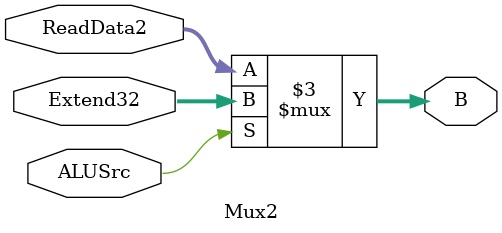
<source format=v>
module Mux2 (ALUSrc, ReadData2, Extend32, B);

	input ALUSrc;
	input [31:0] ReadData2;	
	input [31:0] Extend32;
	output reg [31:0] B;
	
	always @(*) begin
        if (ALUSrc)
            B = Extend32;
        else
            B = ReadData2;
    end
endmodule


</source>
